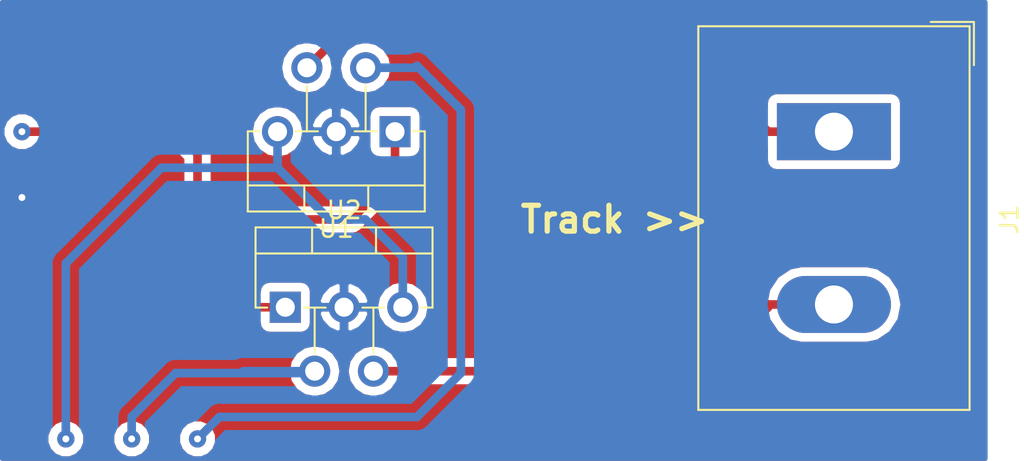
<source format=kicad_pcb>
(kicad_pcb (version 20171130) (host pcbnew 5.0.1-33cea8e~67~ubuntu18.04.1)

  (general
    (thickness 1.6)
    (drawings 1)
    (tracks 45)
    (zones 0)
    (modules 3)
    (nets 8)
  )

  (page A4)
  (layers
    (0 F.Cu signal)
    (31 B.Cu signal)
    (32 B.Adhes user)
    (33 F.Adhes user)
    (34 B.Paste user)
    (35 F.Paste user)
    (36 B.SilkS user)
    (37 F.SilkS user)
    (38 B.Mask user)
    (39 F.Mask user)
    (40 Dwgs.User user)
    (41 Cmts.User user)
    (42 Eco1.User user)
    (43 Eco2.User user)
    (44 Edge.Cuts user)
    (45 Margin user)
    (46 B.CrtYd user)
    (47 F.CrtYd user)
    (48 B.Fab user)
    (49 F.Fab user)
  )

  (setup
    (last_trace_width 0.5)
    (trace_clearance 0.4)
    (zone_clearance 0.508)
    (zone_45_only no)
    (trace_min 0.2)
    (segment_width 0.2)
    (edge_width 0.15)
    (via_size 1)
    (via_drill 0.4)
    (via_min_size 0.4)
    (via_min_drill 0.3)
    (uvia_size 0.3)
    (uvia_drill 0.1)
    (uvias_allowed no)
    (uvia_min_size 0.2)
    (uvia_min_drill 0.1)
    (pcb_text_width 0.3)
    (pcb_text_size 1.5 1.5)
    (mod_edge_width 0.15)
    (mod_text_size 1 1)
    (mod_text_width 0.15)
    (pad_size 1.524 1.524)
    (pad_drill 0.762)
    (pad_to_mask_clearance 0.051)
    (solder_mask_min_width 0.25)
    (aux_axis_origin 0 0)
    (visible_elements 7FFFFFFF)
    (pcbplotparams
      (layerselection 0x010fc_ffffffff)
      (usegerberextensions false)
      (usegerberattributes false)
      (usegerberadvancedattributes false)
      (creategerberjobfile false)
      (excludeedgelayer true)
      (linewidth 0.100000)
      (plotframeref false)
      (viasonmask false)
      (mode 1)
      (useauxorigin false)
      (hpglpennumber 1)
      (hpglpenspeed 20)
      (hpglpendiameter 15.000000)
      (psnegative false)
      (psa4output false)
      (plotreference true)
      (plotvalue true)
      (plotinvisibletext false)
      (padsonsilk false)
      (subtractmaskfromsilk false)
      (outputformat 1)
      (mirror false)
      (drillshape 1)
      (scaleselection 1)
      (outputdirectory ""))
  )

  (net 0 "")
  (net 1 "Net-(J1-Pad1)")
  (net 2 "Net-(J1-Pad2)")
  (net 3 +12V)
  (net 4 /DIR)
  (net 5 GND)
  (net 6 /PWM)
  (net 7 /-DIR)

  (net_class Default "This is the default net class."
    (clearance 0.4)
    (trace_width 0.5)
    (via_dia 1)
    (via_drill 0.4)
    (uvia_dia 0.3)
    (uvia_drill 0.1)
    (add_net +12V)
    (add_net /-DIR)
    (add_net /DIR)
    (add_net /PWM)
    (add_net GND)
    (add_net "Net-(J1-Pad1)")
    (add_net "Net-(J1-Pad2)")
  )

  (net_class power ""
    (clearance 0.5)
    (trace_width 1)
    (via_dia 2)
    (via_drill 0.4)
    (uvia_dia 0.3)
    (uvia_drill 0.1)
  )

  (module TerminalBlock_Dinkle:TerminalBlock_Dinkle_DT-55-B01X-02_P10.00mm (layer F.Cu) (tedit 5A78168A) (tstamp 5BDF9CA1)
    (at 205.74 64.77 270)
    (descr "Dinkle DT-55-B01X Terminal Block  pitch 10.00mm https://www.dinkle.com/en/terminal/DT-55-B01W-XX")
    (tags "Dinkle DT-55-B01X Terminal Block  pitch 10.00mm")
    (path /5BC65149)
    (fp_text reference J1 (at 5.08 -10.16 270) (layer F.SilkS)
      (effects (font (size 1 1) (thickness 0.15)))
    )
    (fp_text value Track (at 5.08 10.16 270) (layer F.Fab)
      (effects (font (size 1 1) (thickness 0.15)))
    )
    (fp_line (start -4.4 -7.75) (end -6 -6.15) (layer F.Fab) (width 0.1))
    (fp_line (start -6 7.75) (end -4.4 7.75) (layer F.Fab) (width 0.1))
    (fp_line (start 14.4 7.75) (end 16 7.75) (layer F.Fab) (width 0.1))
    (fp_line (start 14.4 -7.75) (end 16 -7.75) (layer F.Fab) (width 0.1))
    (fp_line (start 14.4 -7.75) (end 14.4 7.75) (layer F.Fab) (width 0.1))
    (fp_line (start -4.4 -7.75) (end -4.4 7.75) (layer F.Fab) (width 0.1))
    (fp_line (start -6 -7.75) (end -4.4 -7.75) (layer F.Fab) (width 0.1))
    (fp_line (start 16 -7.75) (end 16 7.75) (layer F.Fab) (width 0.1))
    (fp_line (start -6 -7.75) (end -6 7.75) (layer F.Fab) (width 0.1))
    (fp_line (start -6.35 -8.1) (end -3.85 -8.1) (layer F.SilkS) (width 0.12))
    (fp_line (start -6.35 -5.6) (end -6.35 -8.1) (layer F.SilkS) (width 0.12))
    (fp_line (start -6.1 -7.85) (end 16.1 -7.85) (layer F.SilkS) (width 0.12))
    (fp_line (start 16.1 -7.85) (end 16.1 7.85) (layer F.SilkS) (width 0.12))
    (fp_line (start -6.1 7.85) (end 16.1 7.85) (layer F.SilkS) (width 0.12))
    (fp_line (start -6.1 7.85) (end -6.1 -7.85) (layer F.SilkS) (width 0.12))
    (fp_line (start 16.5 -8.25) (end 16.5 8.25) (layer F.CrtYd) (width 0.05))
    (fp_line (start -6.5 8.25) (end 16.5 8.25) (layer F.CrtYd) (width 0.05))
    (fp_line (start -6.5 8.25) (end -6.5 -8.25) (layer F.CrtYd) (width 0.05))
    (fp_line (start -6.5 -8.25) (end 16.5 -8.25) (layer F.CrtYd) (width 0.05))
    (fp_line (start -4.4 7) (end 4.4 7) (layer F.Fab) (width 0.1))
    (fp_line (start -4.4 6.5) (end 4.4 6.5) (layer F.Fab) (width 0.1))
    (fp_line (start -4.4 4.4) (end 4.4 4.4) (layer F.Fab) (width 0.1))
    (fp_line (start -4.4 -6.5) (end 4.4 -6.5) (layer F.Fab) (width 0.1))
    (fp_line (start -4.4 -4.4) (end 4.4 -4.4) (layer F.Fab) (width 0.1))
    (fp_line (start -4.4 -7) (end 4.4 -7) (layer F.Fab) (width 0.1))
    (fp_line (start -0.5 2) (end 0.5 2) (layer F.Fab) (width 0.1))
    (fp_line (start -0.5 -2) (end 0.5 -2) (layer F.Fab) (width 0.1))
    (fp_circle (center 0 0) (end 0.5 0.5) (layer F.Fab) (width 0.1))
    (fp_line (start 0.5 -0.5) (end 2 -0.5) (layer F.Fab) (width 0.1))
    (fp_line (start 2 -0.5) (end 2 0.5) (layer F.Fab) (width 0.1))
    (fp_line (start 2 0.5) (end 0.5 0.5) (layer F.Fab) (width 0.1))
    (fp_line (start -0.5 -0.5) (end -2 -0.5) (layer F.Fab) (width 0.1))
    (fp_line (start -2 -0.5) (end -2 0.5) (layer F.Fab) (width 0.1))
    (fp_line (start -2 0.5) (end -0.5 0.5) (layer F.Fab) (width 0.1))
    (fp_line (start 0.5 0.5) (end 0.5 4.35) (layer F.Fab) (width 0.1))
    (fp_line (start -0.5 0.5) (end -0.5 4.35) (layer F.Fab) (width 0.1))
    (fp_line (start 0.5 -4.35) (end 0.5 -0.5) (layer F.Fab) (width 0.1))
    (fp_line (start -0.5 -4.35) (end -0.5 -0.5) (layer F.Fab) (width 0.1))
    (fp_circle (center 0 0) (end 4.4 0) (layer F.Fab) (width 0.1))
    (fp_line (start 4.4 -7.75) (end 4.4 7.75) (layer F.Fab) (width 0.1))
    (fp_line (start 5.6 -7.75) (end 5.6 7.75) (layer F.Fab) (width 0.1))
    (fp_line (start 4.4 -7.75) (end 5.6 -7.75) (layer F.Fab) (width 0.1))
    (fp_line (start 4.4 7.75) (end 5.6 7.75) (layer F.Fab) (width 0.1))
    (fp_line (start 5.6 7) (end 14.4 7) (layer F.Fab) (width 0.1))
    (fp_line (start 5.6 6.5) (end 14.4 6.5) (layer F.Fab) (width 0.1))
    (fp_line (start 5.6 4.4) (end 14.4 4.4) (layer F.Fab) (width 0.1))
    (fp_line (start 5.6 -6.5) (end 14.4 -6.5) (layer F.Fab) (width 0.1))
    (fp_line (start 5.6 -4.4) (end 14.4 -4.4) (layer F.Fab) (width 0.1))
    (fp_line (start 5.6 -7) (end 14.4 -7) (layer F.Fab) (width 0.1))
    (fp_line (start 9.5 2) (end 10.5 2) (layer F.Fab) (width 0.1))
    (fp_line (start 9.5 -2) (end 10.5 -2) (layer F.Fab) (width 0.1))
    (fp_circle (center 10 0) (end 10.5 0.5) (layer F.Fab) (width 0.1))
    (fp_line (start 10.5 -0.5) (end 12 -0.5) (layer F.Fab) (width 0.1))
    (fp_line (start 12 -0.5) (end 12 0.5) (layer F.Fab) (width 0.1))
    (fp_line (start 12 0.5) (end 10.5 0.5) (layer F.Fab) (width 0.1))
    (fp_line (start 9.5 -0.5) (end 8 -0.5) (layer F.Fab) (width 0.1))
    (fp_line (start 8 -0.5) (end 8 0.5) (layer F.Fab) (width 0.1))
    (fp_line (start 8 0.5) (end 9.5 0.5) (layer F.Fab) (width 0.1))
    (fp_line (start 10.5 0.5) (end 10.5 4.35) (layer F.Fab) (width 0.1))
    (fp_line (start 9.5 0.5) (end 9.5 4.35) (layer F.Fab) (width 0.1))
    (fp_line (start 10.5 -4.35) (end 10.5 -0.5) (layer F.Fab) (width 0.1))
    (fp_line (start 9.5 -4.35) (end 9.5 -0.5) (layer F.Fab) (width 0.1))
    (fp_circle (center 10 0) (end 14.4 0) (layer F.Fab) (width 0.1))
    (fp_text user %R (at 5.08 -10.16 270) (layer F.Fab)
      (effects (font (size 1 1) (thickness 0.15)))
    )
    (pad 1 thru_hole rect (at 0 0 270) (size 3.3 6.6) (drill 2.2) (layers *.Cu *.Mask)
      (net 1 "Net-(J1-Pad1)"))
    (pad 2 thru_hole oval (at 10 0 270) (size 3.3 6.6) (drill 2.2) (layers *.Cu *.Mask)
      (net 2 "Net-(J1-Pad2)"))
    (model ${KISYS3DMOD}/TerminalBlock_Dinkle.3dshapes/TerminalBlock_Dinkle_DT-55-B01X-02_P10.00mm.wrl
      (at (xyz 0 0 0))
      (scale (xyz 1 1 1))
      (rotate (xyz 0 0 0))
    )
    (model ${KISYS3DMOD}/Connector_Phoenix_GMSTB.3dshapes/PhoenixContact_GMSTBA_2,5_2-G_1x02_P7.50mm_Horizontal.step
      (offset (xyz 9.5 -1.5 0))
      (scale (xyz 1 1 1))
      (rotate (xyz 0 0 180))
    )
  )

  (module Package_TO_SOT_THT:TO-220-5_P3.4x3.7mm_StaggerEven_Lead3.8mm_Vertical (layer F.Cu) (tedit 5AF05A31) (tstamp 5BDF9CC7)
    (at 180.34 64.77 180)
    (descr "TO-220-5, Vertical, RM 1.7mm, Pentawatt, Multiwatt-5, staggered type-2, see http://www.analog.com/media/en/package-pcb-resources/package/pkg_pdf/ltc-legacy-to-220/to-220_5_05-08-1421.pdf?domain=www.linear.com, https://www.diodes.com/assets/Package-Files/TO220-5.pdf")
    (tags "TO-220-5 Vertical RM 1.7mm Pentawatt Multiwatt-5 staggered type-2")
    (path /5BC68A44)
    (fp_text reference U1 (at 3.4 -5.62 180) (layer F.SilkS)
      (effects (font (size 1 1) (thickness 0.15)))
    )
    (fp_text value UDN2951Z (at 3.4 5.85 180) (layer F.Fab)
      (effects (font (size 1 1) (thickness 0.15)))
    )
    (fp_line (start -1.6 -4.5) (end -1.6 -0.1) (layer F.Fab) (width 0.1))
    (fp_line (start -1.6 -0.1) (end 8.4 -0.1) (layer F.Fab) (width 0.1))
    (fp_line (start 8.4 -0.1) (end 8.4 -4.5) (layer F.Fab) (width 0.1))
    (fp_line (start 8.4 -4.5) (end -1.6 -4.5) (layer F.Fab) (width 0.1))
    (fp_line (start -1.6 -3.23) (end 8.4 -3.23) (layer F.Fab) (width 0.1))
    (fp_line (start 1.55 -4.5) (end 1.55 -3.23) (layer F.Fab) (width 0.1))
    (fp_line (start 5.25 -4.5) (end 5.25 -3.23) (layer F.Fab) (width 0.1))
    (fp_line (start 0 -0.1) (end 0 0) (layer F.Fab) (width 0.1))
    (fp_line (start 1.7 -0.1) (end 1.7 3.7) (layer F.Fab) (width 0.1))
    (fp_line (start 3.4 -0.1) (end 3.4 0) (layer F.Fab) (width 0.1))
    (fp_line (start 5.1 -0.1) (end 5.1 3.7) (layer F.Fab) (width 0.1))
    (fp_line (start 6.8 -0.1) (end 6.8 0) (layer F.Fab) (width 0.1))
    (fp_line (start -1.721 -4.62) (end 8.52 -4.62) (layer F.SilkS) (width 0.12))
    (fp_line (start -1.721 0.021) (end -1.05 0.021) (layer F.SilkS) (width 0.12))
    (fp_line (start 1.05 0.021) (end 2.335 0.021) (layer F.SilkS) (width 0.12))
    (fp_line (start 4.465 0.021) (end 5.735 0.021) (layer F.SilkS) (width 0.12))
    (fp_line (start 7.865 0.021) (end 8.52 0.021) (layer F.SilkS) (width 0.12))
    (fp_line (start -1.721 -4.62) (end -1.721 0.021) (layer F.SilkS) (width 0.12))
    (fp_line (start 8.52 -4.62) (end 8.52 0.021) (layer F.SilkS) (width 0.12))
    (fp_line (start -1.721 -3.111) (end 8.52 -3.111) (layer F.SilkS) (width 0.12))
    (fp_line (start 1.55 -4.62) (end 1.55 -3.111) (layer F.SilkS) (width 0.12))
    (fp_line (start 5.25 -4.62) (end 5.25 -3.111) (layer F.SilkS) (width 0.12))
    (fp_line (start 1.7 0.021) (end 1.7 2.635) (layer F.SilkS) (width 0.12))
    (fp_line (start 5.1 0.021) (end 5.1 2.635) (layer F.SilkS) (width 0.12))
    (fp_line (start -1.85 -4.75) (end -1.85 4.85) (layer F.CrtYd) (width 0.05))
    (fp_line (start -1.85 4.85) (end 8.65 4.85) (layer F.CrtYd) (width 0.05))
    (fp_line (start 8.65 4.85) (end 8.65 -4.75) (layer F.CrtYd) (width 0.05))
    (fp_line (start 8.65 -4.75) (end -1.85 -4.75) (layer F.CrtYd) (width 0.05))
    (fp_text user %R (at 3.4 -5.62 180) (layer F.Fab)
      (effects (font (size 1 1) (thickness 0.15)))
    )
    (pad 1 thru_hole rect (at 0 0 180) (size 1.8 1.8) (drill 1.1) (layers *.Cu *.Mask)
      (net 3 +12V))
    (pad 2 thru_hole oval (at 1.7 3.7 180) (size 1.8 1.8) (drill 1.1) (layers *.Cu *.Mask)
      (net 4 /DIR))
    (pad 3 thru_hole oval (at 3.4 0 180) (size 1.8 1.8) (drill 1.1) (layers *.Cu *.Mask)
      (net 5 GND))
    (pad 4 thru_hole oval (at 5.1 3.7 180) (size 1.8 1.8) (drill 1.1) (layers *.Cu *.Mask)
      (net 1 "Net-(J1-Pad1)"))
    (pad 5 thru_hole oval (at 6.8 0 180) (size 1.8 1.8) (drill 1.1) (layers *.Cu *.Mask)
      (net 6 /PWM))
    (model ${KISYS3DMOD}/Package_TO_SOT_THT.3dshapes/TO-220-5_P3.4x3.7mm_StaggerEven_Lead3.8mm_Vertical.wrl
      (at (xyz 0 0 0))
      (scale (xyz 1 1 1))
      (rotate (xyz 0 0 0))
    )
  )

  (module Package_TO_SOT_THT:TO-220-5_P3.4x3.7mm_StaggerEven_Lead3.8mm_Vertical (layer F.Cu) (tedit 5AF05A31) (tstamp 5BDF9CED)
    (at 173.99 74.93)
    (descr "TO-220-5, Vertical, RM 1.7mm, Pentawatt, Multiwatt-5, staggered type-2, see http://www.analog.com/media/en/package-pcb-resources/package/pkg_pdf/ltc-legacy-to-220/to-220_5_05-08-1421.pdf?domain=www.linear.com, https://www.diodes.com/assets/Package-Files/TO220-5.pdf")
    (tags "TO-220-5 Vertical RM 1.7mm Pentawatt Multiwatt-5 staggered type-2")
    (path /5BC68B7E)
    (fp_text reference U2 (at 3.4 -5.62) (layer F.SilkS)
      (effects (font (size 1 1) (thickness 0.15)))
    )
    (fp_text value UDN2951Z (at 3.4 5.85) (layer F.Fab)
      (effects (font (size 1 1) (thickness 0.15)))
    )
    (fp_text user %R (at 3.4 -5.62) (layer F.Fab)
      (effects (font (size 1 1) (thickness 0.15)))
    )
    (fp_line (start 8.65 -4.75) (end -1.85 -4.75) (layer F.CrtYd) (width 0.05))
    (fp_line (start 8.65 4.85) (end 8.65 -4.75) (layer F.CrtYd) (width 0.05))
    (fp_line (start -1.85 4.85) (end 8.65 4.85) (layer F.CrtYd) (width 0.05))
    (fp_line (start -1.85 -4.75) (end -1.85 4.85) (layer F.CrtYd) (width 0.05))
    (fp_line (start 5.1 0.021) (end 5.1 2.635) (layer F.SilkS) (width 0.12))
    (fp_line (start 1.7 0.021) (end 1.7 2.635) (layer F.SilkS) (width 0.12))
    (fp_line (start 5.25 -4.62) (end 5.25 -3.111) (layer F.SilkS) (width 0.12))
    (fp_line (start 1.55 -4.62) (end 1.55 -3.111) (layer F.SilkS) (width 0.12))
    (fp_line (start -1.721 -3.111) (end 8.52 -3.111) (layer F.SilkS) (width 0.12))
    (fp_line (start 8.52 -4.62) (end 8.52 0.021) (layer F.SilkS) (width 0.12))
    (fp_line (start -1.721 -4.62) (end -1.721 0.021) (layer F.SilkS) (width 0.12))
    (fp_line (start 7.865 0.021) (end 8.52 0.021) (layer F.SilkS) (width 0.12))
    (fp_line (start 4.465 0.021) (end 5.735 0.021) (layer F.SilkS) (width 0.12))
    (fp_line (start 1.05 0.021) (end 2.335 0.021) (layer F.SilkS) (width 0.12))
    (fp_line (start -1.721 0.021) (end -1.05 0.021) (layer F.SilkS) (width 0.12))
    (fp_line (start -1.721 -4.62) (end 8.52 -4.62) (layer F.SilkS) (width 0.12))
    (fp_line (start 6.8 -0.1) (end 6.8 0) (layer F.Fab) (width 0.1))
    (fp_line (start 5.1 -0.1) (end 5.1 3.7) (layer F.Fab) (width 0.1))
    (fp_line (start 3.4 -0.1) (end 3.4 0) (layer F.Fab) (width 0.1))
    (fp_line (start 1.7 -0.1) (end 1.7 3.7) (layer F.Fab) (width 0.1))
    (fp_line (start 0 -0.1) (end 0 0) (layer F.Fab) (width 0.1))
    (fp_line (start 5.25 -4.5) (end 5.25 -3.23) (layer F.Fab) (width 0.1))
    (fp_line (start 1.55 -4.5) (end 1.55 -3.23) (layer F.Fab) (width 0.1))
    (fp_line (start -1.6 -3.23) (end 8.4 -3.23) (layer F.Fab) (width 0.1))
    (fp_line (start 8.4 -4.5) (end -1.6 -4.5) (layer F.Fab) (width 0.1))
    (fp_line (start 8.4 -0.1) (end 8.4 -4.5) (layer F.Fab) (width 0.1))
    (fp_line (start -1.6 -0.1) (end 8.4 -0.1) (layer F.Fab) (width 0.1))
    (fp_line (start -1.6 -4.5) (end -1.6 -0.1) (layer F.Fab) (width 0.1))
    (pad 5 thru_hole oval (at 6.8 0) (size 1.8 1.8) (drill 1.1) (layers *.Cu *.Mask)
      (net 6 /PWM))
    (pad 4 thru_hole oval (at 5.1 3.7) (size 1.8 1.8) (drill 1.1) (layers *.Cu *.Mask)
      (net 2 "Net-(J1-Pad2)"))
    (pad 3 thru_hole oval (at 3.4 0) (size 1.8 1.8) (drill 1.1) (layers *.Cu *.Mask)
      (net 5 GND))
    (pad 2 thru_hole oval (at 1.7 3.7) (size 1.8 1.8) (drill 1.1) (layers *.Cu *.Mask)
      (net 7 /-DIR))
    (pad 1 thru_hole rect (at 0 0) (size 1.8 1.8) (drill 1.1) (layers *.Cu *.Mask)
      (net 3 +12V))
    (model ${KISYS3DMOD}/Package_TO_SOT_THT.3dshapes/TO-220-5_P3.4x3.7mm_StaggerEven_Lead3.8mm_Vertical.wrl
      (at (xyz 0 0 0))
      (scale (xyz 1 1 1))
      (rotate (xyz 0 0 0))
    )
  )

  (gr_text "Track >>" (at 193.04 69.85) (layer F.SilkS)
    (effects (font (size 1.5 1.5) (thickness 0.3)))
  )

  (segment (start 177.89 58.42) (end 175.24 61.07) (width 0.5) (layer F.Cu) (net 1))
  (segment (start 195.58 58.42) (end 177.89 58.42) (width 0.5) (layer F.Cu) (net 1))
  (segment (start 205.74 64.77) (end 201.93 64.77) (width 0.5) (layer F.Cu) (net 1))
  (segment (start 201.93 64.77) (end 195.58 58.42) (width 0.5) (layer F.Cu) (net 1))
  (segment (start 201.94 74.77) (end 201.93 74.78) (width 0.5) (layer F.Cu) (net 2))
  (segment (start 205.74 74.77) (end 201.94 74.77) (width 0.5) (layer F.Cu) (net 2))
  (segment (start 201.93 74.78) (end 201.93 74.93) (width 0.5) (layer F.Cu) (net 2))
  (segment (start 198.23 78.63) (end 179.09 78.63) (width 0.5) (layer F.Cu) (net 2))
  (segment (start 201.93 74.93) (end 198.23 78.63) (width 0.5) (layer F.Cu) (net 2))
  (via (at 158.75 64.77) (size 1) (drill 0.4) (layers F.Cu B.Cu) (net 3))
  (segment (start 158.75 64.77) (end 167.64 64.77) (width 0.5) (layer F.Cu) (net 3))
  (segment (start 167.64 64.77) (end 168.91 66.04) (width 0.5) (layer F.Cu) (net 3))
  (segment (start 170.18 74.93) (end 173.99 74.93) (width 0.5) (layer F.Cu) (net 3))
  (segment (start 168.91 73.66) (end 170.18 74.93) (width 0.5) (layer F.Cu) (net 3))
  (segment (start 168.91 69.85) (end 177.8 69.85) (width 0.5) (layer F.Cu) (net 3))
  (segment (start 168.91 69.85) (end 168.91 73.66) (width 0.5) (layer F.Cu) (net 3))
  (segment (start 168.91 66.04) (end 168.91 69.85) (width 0.5) (layer F.Cu) (net 3))
  (segment (start 177.8 69.85) (end 180.34 67.31) (width 0.5) (layer F.Cu) (net 3))
  (segment (start 180.34 67.31) (end 180.34 64.77) (width 0.5) (layer F.Cu) (net 3))
  (via (at 168.91 82.55) (size 1) (drill 0.4) (layers F.Cu B.Cu) (net 4))
  (segment (start 168.91 82.55) (end 170.18 81.28) (width 0.5) (layer B.Cu) (net 4))
  (segment (start 170.18 81.28) (end 181.61 81.28) (width 0.5) (layer B.Cu) (net 4))
  (segment (start 181.61 81.28) (end 184.15 78.74) (width 0.5) (layer B.Cu) (net 4))
  (segment (start 184.15 78.74) (end 184.15 63.5) (width 0.5) (layer B.Cu) (net 4))
  (segment (start 184.15 63.5) (end 181.61 60.96) (width 0.5) (layer B.Cu) (net 4))
  (segment (start 181.5 61.07) (end 178.64 61.07) (width 0.5) (layer B.Cu) (net 4))
  (segment (start 181.61 60.96) (end 181.5 61.07) (width 0.5) (layer B.Cu) (net 4))
  (via (at 158.75 68.58) (size 1) (drill 0.4) (layers F.Cu B.Cu) (net 5))
  (via (at 161.29 82.55) (size 1) (drill 0.4) (layers F.Cu B.Cu) (net 6))
  (segment (start 173.54 66.86) (end 173.54 64.77) (width 0.5) (layer B.Cu) (net 6))
  (segment (start 176.53 69.85) (end 173.54 66.86) (width 0.5) (layer B.Cu) (net 6))
  (segment (start 180.79 74.93) (end 180.79 72.02) (width 0.5) (layer B.Cu) (net 6))
  (segment (start 178.62 69.85) (end 176.53 69.85) (width 0.5) (layer B.Cu) (net 6))
  (segment (start 180.79 72.02) (end 178.62 69.85) (width 0.5) (layer B.Cu) (net 6))
  (segment (start 168.09 66.86) (end 173.54 66.86) (width 0.5) (layer B.Cu) (net 6))
  (segment (start 166.82 66.86) (end 168.09 66.86) (width 0.5) (layer B.Cu) (net 6))
  (segment (start 161.29 82.55) (end 161.29 72.39) (width 0.5) (layer B.Cu) (net 6))
  (segment (start 161.29 72.39) (end 166.82 66.86) (width 0.5) (layer B.Cu) (net 6))
  (via (at 165.1 82.55) (size 1) (drill 0.4) (layers F.Cu B.Cu) (net 7))
  (segment (start 175.15 78.74) (end 175.26 78.63) (width 0.5) (layer B.Cu) (net 7))
  (segment (start 167.64 78.74) (end 175.15 78.74) (width 0.5) (layer B.Cu) (net 7))
  (segment (start 165.1 81.28) (end 167.64 78.74) (width 0.5) (layer B.Cu) (net 7))
  (segment (start 165.1 82.55) (end 165.1 81.28) (width 0.5) (layer B.Cu) (net 7))
  (segment (start 175.69 78.63) (end 175.26 78.63) (width 0.5) (layer B.Cu) (net 7))
  (segment (start 175.26 78.63) (end 171.56 78.63) (width 0.5) (layer B.Cu) (net 7))

  (zone (net 5) (net_name GND) (layer B.Cu) (tstamp 0) (hatch edge 0.508)
    (connect_pads (clearance 0.508))
    (min_thickness 0.254)
    (fill yes (arc_segments 16) (thermal_gap 0.508) (thermal_bridge_width 0.508))
    (polygon
      (pts
        (xy 157.48 57.15) (xy 214.63 57.15) (xy 214.63 83.82) (xy 157.48 83.82)
      )
    )
    (filled_polygon
      (pts
        (xy 214.503 83.693) (xy 157.607 83.693) (xy 157.607 82.324234) (xy 160.155 82.324234) (xy 160.155 82.775766)
        (xy 160.327793 83.192926) (xy 160.647074 83.512207) (xy 161.064234 83.685) (xy 161.515766 83.685) (xy 161.932926 83.512207)
        (xy 162.252207 83.192926) (xy 162.425 82.775766) (xy 162.425 82.324234) (xy 163.965 82.324234) (xy 163.965 82.775766)
        (xy 164.137793 83.192926) (xy 164.457074 83.512207) (xy 164.874234 83.685) (xy 165.325766 83.685) (xy 165.742926 83.512207)
        (xy 166.062207 83.192926) (xy 166.235 82.775766) (xy 166.235 82.324234) (xy 167.775 82.324234) (xy 167.775 82.775766)
        (xy 167.947793 83.192926) (xy 168.267074 83.512207) (xy 168.684234 83.685) (xy 169.135766 83.685) (xy 169.552926 83.512207)
        (xy 169.872207 83.192926) (xy 170.045 82.775766) (xy 170.045 82.666578) (xy 170.546579 82.165) (xy 181.522839 82.165)
        (xy 181.61 82.182337) (xy 181.697161 82.165) (xy 181.697165 82.165) (xy 181.95531 82.113652) (xy 182.248049 81.918049)
        (xy 182.297425 81.844153) (xy 184.714158 79.427421) (xy 184.788048 79.378049) (xy 184.83742 79.304159) (xy 184.837424 79.304155)
        (xy 184.983651 79.085311) (xy 185.052337 78.740001) (xy 185.034999 78.652836) (xy 185.034999 74.77) (xy 201.760235 74.77)
        (xy 201.937578 75.661562) (xy 202.442607 76.417393) (xy 203.198438 76.922422) (xy 203.864952 77.055) (xy 207.615048 77.055)
        (xy 208.281562 76.922422) (xy 209.037393 76.417393) (xy 209.542422 75.661562) (xy 209.719765 74.77) (xy 209.542422 73.878438)
        (xy 209.037393 73.122607) (xy 208.281562 72.617578) (xy 207.615048 72.485) (xy 203.864952 72.485) (xy 203.198438 72.617578)
        (xy 202.442607 73.122607) (xy 201.937578 73.878438) (xy 201.760235 74.77) (xy 185.034999 74.77) (xy 185.035 63.587159)
        (xy 185.052337 63.499999) (xy 185.035 63.412839) (xy 185.035 63.412836) (xy 184.983652 63.154691) (xy 184.983651 63.154689)
        (xy 184.960473 63.12) (xy 201.79256 63.12) (xy 201.79256 66.42) (xy 201.841843 66.667765) (xy 201.982191 66.877809)
        (xy 202.192235 67.018157) (xy 202.44 67.06744) (xy 209.04 67.06744) (xy 209.287765 67.018157) (xy 209.497809 66.877809)
        (xy 209.638157 66.667765) (xy 209.68744 66.42) (xy 209.68744 63.12) (xy 209.638157 62.872235) (xy 209.497809 62.662191)
        (xy 209.287765 62.521843) (xy 209.04 62.47256) (xy 202.44 62.47256) (xy 202.192235 62.521843) (xy 201.982191 62.662191)
        (xy 201.841843 62.872235) (xy 201.79256 63.12) (xy 184.960473 63.12) (xy 184.837424 62.935845) (xy 184.837421 62.935842)
        (xy 184.788049 62.861952) (xy 184.714159 62.81258) (xy 182.29742 60.395842) (xy 182.248048 60.321952) (xy 182.174158 60.27258)
        (xy 182.174154 60.272576) (xy 181.955309 60.126348) (xy 181.61 60.057663) (xy 181.609999 60.057663) (xy 181.541314 60.071325)
        (xy 181.264691 60.126348) (xy 181.176912 60.185) (xy 179.89479 60.185) (xy 179.746673 59.963327) (xy 179.238927 59.624062)
        (xy 178.791182 59.535) (xy 178.488818 59.535) (xy 178.041073 59.624062) (xy 177.533327 59.963327) (xy 177.194062 60.471073)
        (xy 177.074928 61.07) (xy 177.194062 61.668927) (xy 177.533327 62.176673) (xy 178.041073 62.515938) (xy 178.488818 62.605)
        (xy 178.791182 62.605) (xy 179.238927 62.515938) (xy 179.746673 62.176673) (xy 179.89479 61.955) (xy 181.353422 61.955)
        (xy 183.265001 63.86658) (xy 183.265 78.373421) (xy 181.243422 80.395) (xy 170.267159 80.395) (xy 170.179999 80.377663)
        (xy 170.092839 80.395) (xy 170.092835 80.395) (xy 169.83469 80.446348) (xy 169.834688 80.446349) (xy 169.834689 80.446349)
        (xy 169.615845 80.592576) (xy 169.615844 80.592577) (xy 169.541951 80.641951) (xy 169.492577 80.715844) (xy 168.793422 81.415)
        (xy 168.684234 81.415) (xy 168.267074 81.587793) (xy 167.947793 81.907074) (xy 167.775 82.324234) (xy 166.235 82.324234)
        (xy 166.062207 81.907074) (xy 165.985 81.829867) (xy 165.985 81.646578) (xy 168.006579 79.625) (xy 174.508709 79.625)
        (xy 174.583327 79.736673) (xy 175.091073 80.075938) (xy 175.538818 80.165) (xy 175.841182 80.165) (xy 176.288927 80.075938)
        (xy 176.796673 79.736673) (xy 177.135938 79.228927) (xy 177.255072 78.63) (xy 177.524928 78.63) (xy 177.644062 79.228927)
        (xy 177.983327 79.736673) (xy 178.491073 80.075938) (xy 178.938818 80.165) (xy 179.241182 80.165) (xy 179.688927 80.075938)
        (xy 180.196673 79.736673) (xy 180.535938 79.228927) (xy 180.655072 78.63) (xy 180.535938 78.031073) (xy 180.196673 77.523327)
        (xy 179.688927 77.184062) (xy 179.241182 77.095) (xy 178.938818 77.095) (xy 178.491073 77.184062) (xy 177.983327 77.523327)
        (xy 177.644062 78.031073) (xy 177.524928 78.63) (xy 177.255072 78.63) (xy 177.135938 78.031073) (xy 176.796673 77.523327)
        (xy 176.288927 77.184062) (xy 175.841182 77.095) (xy 175.538818 77.095) (xy 175.091073 77.184062) (xy 174.583327 77.523327)
        (xy 174.43521 77.745) (xy 171.472835 77.745) (xy 171.21469 77.796348) (xy 171.126912 77.855) (xy 167.727159 77.855)
        (xy 167.639999 77.837663) (xy 167.552839 77.855) (xy 167.552835 77.855) (xy 167.29469 77.906348) (xy 167.18688 77.978385)
        (xy 167.075845 78.052576) (xy 167.075844 78.052577) (xy 167.001951 78.101951) (xy 166.952577 78.175844) (xy 164.535845 80.592577)
        (xy 164.461952 80.641951) (xy 164.412578 80.715844) (xy 164.412576 80.715846) (xy 164.266348 80.934691) (xy 164.197663 81.28)
        (xy 164.215001 81.367165) (xy 164.215001 81.829866) (xy 164.137793 81.907074) (xy 163.965 82.324234) (xy 162.425 82.324234)
        (xy 162.252207 81.907074) (xy 162.174999 81.829866) (xy 162.174999 74.03) (xy 172.44256 74.03) (xy 172.44256 75.83)
        (xy 172.491843 76.077765) (xy 172.632191 76.287809) (xy 172.842235 76.428157) (xy 173.09 76.47744) (xy 174.89 76.47744)
        (xy 175.137765 76.428157) (xy 175.347809 76.287809) (xy 175.488157 76.077765) (xy 175.53744 75.83) (xy 175.53744 75.29474)
        (xy 175.898964 75.29474) (xy 176.07776 75.726417) (xy 176.482424 76.167966) (xy 177.025258 76.421046) (xy 177.263 76.300997)
        (xy 177.263 75.057) (xy 177.517 75.057) (xy 177.517 76.300997) (xy 177.754742 76.421046) (xy 178.297576 76.167966)
        (xy 178.70224 75.726417) (xy 178.881036 75.29474) (xy 178.760378 75.057) (xy 177.517 75.057) (xy 177.263 75.057)
        (xy 176.019622 75.057) (xy 175.898964 75.29474) (xy 175.53744 75.29474) (xy 175.53744 74.56526) (xy 175.898964 74.56526)
        (xy 176.019622 74.803) (xy 177.263 74.803) (xy 177.263 73.559003) (xy 177.517 73.559003) (xy 177.517 74.803)
        (xy 178.760378 74.803) (xy 178.881036 74.56526) (xy 178.70224 74.133583) (xy 178.297576 73.692034) (xy 177.754742 73.438954)
        (xy 177.517 73.559003) (xy 177.263 73.559003) (xy 177.025258 73.438954) (xy 176.482424 73.692034) (xy 176.07776 74.133583)
        (xy 175.898964 74.56526) (xy 175.53744 74.56526) (xy 175.53744 74.03) (xy 175.488157 73.782235) (xy 175.347809 73.572191)
        (xy 175.137765 73.431843) (xy 174.89 73.38256) (xy 173.09 73.38256) (xy 172.842235 73.431843) (xy 172.632191 73.572191)
        (xy 172.491843 73.782235) (xy 172.44256 74.03) (xy 162.174999 74.03) (xy 162.175 72.756578) (xy 167.186579 67.745)
        (xy 173.173422 67.745) (xy 175.842577 70.414156) (xy 175.891951 70.488049) (xy 175.965844 70.537423) (xy 175.965845 70.537424)
        (xy 176.18469 70.683652) (xy 176.442835 70.735) (xy 176.442839 70.735) (xy 176.53 70.752337) (xy 176.617161 70.735)
        (xy 178.253422 70.735) (xy 179.905001 72.38658) (xy 179.905 73.67521) (xy 179.683327 73.823327) (xy 179.344062 74.331073)
        (xy 179.224928 74.93) (xy 179.344062 75.528927) (xy 179.683327 76.036673) (xy 180.191073 76.375938) (xy 180.638818 76.465)
        (xy 180.941182 76.465) (xy 181.388927 76.375938) (xy 181.896673 76.036673) (xy 182.235938 75.528927) (xy 182.355072 74.93)
        (xy 182.235938 74.331073) (xy 181.896673 73.823327) (xy 181.674999 73.675209) (xy 181.675 72.107159) (xy 181.692337 72.019999)
        (xy 181.675 71.932839) (xy 181.675 71.932836) (xy 181.623652 71.674691) (xy 181.623651 71.674689) (xy 181.477424 71.455845)
        (xy 181.477421 71.455842) (xy 181.428049 71.381952) (xy 181.354159 71.33258) (xy 179.307425 69.285847) (xy 179.258049 69.211951)
        (xy 178.96531 69.016348) (xy 178.707165 68.965) (xy 178.707161 68.965) (xy 178.62 68.947663) (xy 178.532839 68.965)
        (xy 176.896579 68.965) (xy 174.424999 66.493421) (xy 174.424999 66.024791) (xy 174.646673 65.876673) (xy 174.985938 65.368927)
        (xy 175.03252 65.13474) (xy 175.448964 65.13474) (xy 175.62776 65.566417) (xy 176.032424 66.007966) (xy 176.575258 66.261046)
        (xy 176.813 66.140997) (xy 176.813 64.897) (xy 177.067 64.897) (xy 177.067 66.140997) (xy 177.304742 66.261046)
        (xy 177.847576 66.007966) (xy 178.25224 65.566417) (xy 178.431036 65.13474) (xy 178.310378 64.897) (xy 177.067 64.897)
        (xy 176.813 64.897) (xy 175.569622 64.897) (xy 175.448964 65.13474) (xy 175.03252 65.13474) (xy 175.105072 64.77)
        (xy 175.032521 64.40526) (xy 175.448964 64.40526) (xy 175.569622 64.643) (xy 176.813 64.643) (xy 176.813 63.399003)
        (xy 177.067 63.399003) (xy 177.067 64.643) (xy 178.310378 64.643) (xy 178.431036 64.40526) (xy 178.25224 63.973583)
        (xy 178.15731 63.87) (xy 178.79256 63.87) (xy 178.79256 65.67) (xy 178.841843 65.917765) (xy 178.982191 66.127809)
        (xy 179.192235 66.268157) (xy 179.44 66.31744) (xy 181.24 66.31744) (xy 181.487765 66.268157) (xy 181.697809 66.127809)
        (xy 181.838157 65.917765) (xy 181.88744 65.67) (xy 181.88744 63.87) (xy 181.838157 63.622235) (xy 181.697809 63.412191)
        (xy 181.487765 63.271843) (xy 181.24 63.22256) (xy 179.44 63.22256) (xy 179.192235 63.271843) (xy 178.982191 63.412191)
        (xy 178.841843 63.622235) (xy 178.79256 63.87) (xy 178.15731 63.87) (xy 177.847576 63.532034) (xy 177.304742 63.278954)
        (xy 177.067 63.399003) (xy 176.813 63.399003) (xy 176.575258 63.278954) (xy 176.032424 63.532034) (xy 175.62776 63.973583)
        (xy 175.448964 64.40526) (xy 175.032521 64.40526) (xy 174.985938 64.171073) (xy 174.646673 63.663327) (xy 174.138927 63.324062)
        (xy 173.691182 63.235) (xy 173.388818 63.235) (xy 172.941073 63.324062) (xy 172.433327 63.663327) (xy 172.094062 64.171073)
        (xy 171.974928 64.77) (xy 172.094062 65.368927) (xy 172.433327 65.876673) (xy 172.580484 65.975) (xy 166.907161 65.975)
        (xy 166.82 65.957663) (xy 166.732839 65.975) (xy 166.732835 65.975) (xy 166.47469 66.026348) (xy 166.255845 66.172576)
        (xy 166.255844 66.172577) (xy 166.181951 66.221951) (xy 166.132577 66.295844) (xy 160.725845 71.702577) (xy 160.651952 71.751951)
        (xy 160.602578 71.825844) (xy 160.602576 71.825846) (xy 160.456348 72.044691) (xy 160.387663 72.39) (xy 160.405001 72.477165)
        (xy 160.405 81.829867) (xy 160.327793 81.907074) (xy 160.155 82.324234) (xy 157.607 82.324234) (xy 157.607 64.544234)
        (xy 157.615 64.544234) (xy 157.615 64.995766) (xy 157.787793 65.412926) (xy 158.107074 65.732207) (xy 158.524234 65.905)
        (xy 158.975766 65.905) (xy 159.392926 65.732207) (xy 159.712207 65.412926) (xy 159.885 64.995766) (xy 159.885 64.544234)
        (xy 159.712207 64.127074) (xy 159.392926 63.807793) (xy 158.975766 63.635) (xy 158.524234 63.635) (xy 158.107074 63.807793)
        (xy 157.787793 64.127074) (xy 157.615 64.544234) (xy 157.607 64.544234) (xy 157.607 61.07) (xy 173.674928 61.07)
        (xy 173.794062 61.668927) (xy 174.133327 62.176673) (xy 174.641073 62.515938) (xy 175.088818 62.605) (xy 175.391182 62.605)
        (xy 175.838927 62.515938) (xy 176.346673 62.176673) (xy 176.685938 61.668927) (xy 176.805072 61.07) (xy 176.685938 60.471073)
        (xy 176.346673 59.963327) (xy 175.838927 59.624062) (xy 175.391182 59.535) (xy 175.088818 59.535) (xy 174.641073 59.624062)
        (xy 174.133327 59.963327) (xy 173.794062 60.471073) (xy 173.674928 61.07) (xy 157.607 61.07) (xy 157.607 57.277)
        (xy 214.503 57.277)
      )
    )
  )
  (zone (net 0) (net_name "") (layer F.Cu) (tstamp 0) (hatch edge 0.508)
    (connect_pads (clearance 0.508))
    (min_thickness 0.254)
    (fill yes (arc_segments 16) (thermal_gap 0.508) (thermal_bridge_width 0.508))
    (polygon
      (pts
        (xy 157.48 57.15) (xy 214.63 57.15) (xy 214.63 83.82) (xy 157.48 83.82)
      )
    )
    (filled_polygon
      (pts
        (xy 214.503 83.693) (xy 157.607 83.693) (xy 157.607 82.324234) (xy 160.155 82.324234) (xy 160.155 82.775766)
        (xy 160.327793 83.192926) (xy 160.647074 83.512207) (xy 161.064234 83.685) (xy 161.515766 83.685) (xy 161.932926 83.512207)
        (xy 162.252207 83.192926) (xy 162.425 82.775766) (xy 162.425 82.324234) (xy 163.965 82.324234) (xy 163.965 82.775766)
        (xy 164.137793 83.192926) (xy 164.457074 83.512207) (xy 164.874234 83.685) (xy 165.325766 83.685) (xy 165.742926 83.512207)
        (xy 166.062207 83.192926) (xy 166.235 82.775766) (xy 166.235 82.324234) (xy 167.775 82.324234) (xy 167.775 82.775766)
        (xy 167.947793 83.192926) (xy 168.267074 83.512207) (xy 168.684234 83.685) (xy 169.135766 83.685) (xy 169.552926 83.512207)
        (xy 169.872207 83.192926) (xy 170.045 82.775766) (xy 170.045 82.324234) (xy 169.872207 81.907074) (xy 169.552926 81.587793)
        (xy 169.135766 81.415) (xy 168.684234 81.415) (xy 168.267074 81.587793) (xy 167.947793 81.907074) (xy 167.775 82.324234)
        (xy 166.235 82.324234) (xy 166.062207 81.907074) (xy 165.742926 81.587793) (xy 165.325766 81.415) (xy 164.874234 81.415)
        (xy 164.457074 81.587793) (xy 164.137793 81.907074) (xy 163.965 82.324234) (xy 162.425 82.324234) (xy 162.252207 81.907074)
        (xy 161.932926 81.587793) (xy 161.515766 81.415) (xy 161.064234 81.415) (xy 160.647074 81.587793) (xy 160.327793 81.907074)
        (xy 160.155 82.324234) (xy 157.607 82.324234) (xy 157.607 78.63) (xy 174.124928 78.63) (xy 174.244062 79.228927)
        (xy 174.583327 79.736673) (xy 175.091073 80.075938) (xy 175.538818 80.165) (xy 175.841182 80.165) (xy 176.288927 80.075938)
        (xy 176.796673 79.736673) (xy 177.135938 79.228927) (xy 177.255072 78.63) (xy 177.524928 78.63) (xy 177.644062 79.228927)
        (xy 177.983327 79.736673) (xy 178.491073 80.075938) (xy 178.938818 80.165) (xy 179.241182 80.165) (xy 179.688927 80.075938)
        (xy 180.196673 79.736673) (xy 180.34479 79.515) (xy 198.142839 79.515) (xy 198.23 79.532337) (xy 198.317161 79.515)
        (xy 198.317165 79.515) (xy 198.57531 79.463652) (xy 198.868049 79.268049) (xy 198.917425 79.194153) (xy 202.142832 75.968747)
        (xy 202.442607 76.417393) (xy 203.198438 76.922422) (xy 203.864952 77.055) (xy 207.615048 77.055) (xy 208.281562 76.922422)
        (xy 209.037393 76.417393) (xy 209.542422 75.661562) (xy 209.719765 74.77) (xy 209.542422 73.878438) (xy 209.037393 73.122607)
        (xy 208.281562 72.617578) (xy 207.615048 72.485) (xy 203.864952 72.485) (xy 203.198438 72.617578) (xy 202.442607 73.122607)
        (xy 201.944217 73.868502) (xy 201.939999 73.867663) (xy 201.85284 73.885) (xy 201.852835 73.885) (xy 201.59469 73.936348)
        (xy 201.301951 74.131951) (xy 201.297944 74.137947) (xy 201.291951 74.141952) (xy 201.096348 74.434691) (xy 201.077134 74.531287)
        (xy 197.863422 77.745) (xy 180.34479 77.745) (xy 180.196673 77.523327) (xy 179.688927 77.184062) (xy 179.241182 77.095)
        (xy 178.938818 77.095) (xy 178.491073 77.184062) (xy 177.983327 77.523327) (xy 177.644062 78.031073) (xy 177.524928 78.63)
        (xy 177.255072 78.63) (xy 177.135938 78.031073) (xy 176.796673 77.523327) (xy 176.288927 77.184062) (xy 175.841182 77.095)
        (xy 175.538818 77.095) (xy 175.091073 77.184062) (xy 174.583327 77.523327) (xy 174.244062 78.031073) (xy 174.124928 78.63)
        (xy 157.607 78.63) (xy 157.607 68.354234) (xy 157.615 68.354234) (xy 157.615 68.805766) (xy 157.787793 69.222926)
        (xy 158.107074 69.542207) (xy 158.524234 69.715) (xy 158.975766 69.715) (xy 159.392926 69.542207) (xy 159.712207 69.222926)
        (xy 159.885 68.805766) (xy 159.885 68.354234) (xy 159.712207 67.937074) (xy 159.392926 67.617793) (xy 158.975766 67.445)
        (xy 158.524234 67.445) (xy 158.107074 67.617793) (xy 157.787793 67.937074) (xy 157.615 68.354234) (xy 157.607 68.354234)
        (xy 157.607 64.544234) (xy 157.615 64.544234) (xy 157.615 64.995766) (xy 157.787793 65.412926) (xy 158.107074 65.732207)
        (xy 158.524234 65.905) (xy 158.975766 65.905) (xy 159.392926 65.732207) (xy 159.470133 65.655) (xy 167.273422 65.655)
        (xy 168.025 66.406579) (xy 168.025001 69.762831) (xy 168.007662 69.85) (xy 168.025 69.937164) (xy 168.025001 73.572835)
        (xy 168.007663 73.66) (xy 168.076348 74.005309) (xy 168.222576 74.224154) (xy 168.222578 74.224156) (xy 168.271952 74.298049)
        (xy 168.345845 74.347423) (xy 169.492576 75.494155) (xy 169.541951 75.568049) (xy 169.615844 75.617423) (xy 169.615845 75.617424)
        (xy 169.681902 75.661562) (xy 169.83469 75.763652) (xy 170.092835 75.815) (xy 170.092839 75.815) (xy 170.179999 75.832337)
        (xy 170.267159 75.815) (xy 172.44256 75.815) (xy 172.44256 75.83) (xy 172.491843 76.077765) (xy 172.632191 76.287809)
        (xy 172.842235 76.428157) (xy 173.09 76.47744) (xy 174.89 76.47744) (xy 175.137765 76.428157) (xy 175.347809 76.287809)
        (xy 175.488157 76.077765) (xy 175.53744 75.83) (xy 175.53744 74.93) (xy 175.824928 74.93) (xy 175.944062 75.528927)
        (xy 176.283327 76.036673) (xy 176.791073 76.375938) (xy 177.238818 76.465) (xy 177.541182 76.465) (xy 177.988927 76.375938)
        (xy 178.496673 76.036673) (xy 178.835938 75.528927) (xy 178.955072 74.93) (xy 179.224928 74.93) (xy 179.344062 75.528927)
        (xy 179.683327 76.036673) (xy 180.191073 76.375938) (xy 180.638818 76.465) (xy 180.941182 76.465) (xy 181.388927 76.375938)
        (xy 181.896673 76.036673) (xy 182.235938 75.528927) (xy 182.355072 74.93) (xy 182.235938 74.331073) (xy 181.896673 73.823327)
        (xy 181.388927 73.484062) (xy 180.941182 73.395) (xy 180.638818 73.395) (xy 180.191073 73.484062) (xy 179.683327 73.823327)
        (xy 179.344062 74.331073) (xy 179.224928 74.93) (xy 178.955072 74.93) (xy 178.835938 74.331073) (xy 178.496673 73.823327)
        (xy 177.988927 73.484062) (xy 177.541182 73.395) (xy 177.238818 73.395) (xy 176.791073 73.484062) (xy 176.283327 73.823327)
        (xy 175.944062 74.331073) (xy 175.824928 74.93) (xy 175.53744 74.93) (xy 175.53744 74.03) (xy 175.488157 73.782235)
        (xy 175.347809 73.572191) (xy 175.137765 73.431843) (xy 174.89 73.38256) (xy 173.09 73.38256) (xy 172.842235 73.431843)
        (xy 172.632191 73.572191) (xy 172.491843 73.782235) (xy 172.44256 74.03) (xy 172.44256 74.045) (xy 170.546579 74.045)
        (xy 169.795 73.293422) (xy 169.794999 70.735) (xy 177.712839 70.735) (xy 177.8 70.752337) (xy 177.887161 70.735)
        (xy 177.887165 70.735) (xy 178.14531 70.683652) (xy 178.438049 70.488049) (xy 178.487425 70.414153) (xy 180.904158 67.997421)
        (xy 180.978048 67.948049) (xy 181.02742 67.874159) (xy 181.027424 67.874155) (xy 181.173651 67.655311) (xy 181.242337 67.310001)
        (xy 181.224999 67.222837) (xy 181.224999 66.31744) (xy 181.24 66.31744) (xy 181.487765 66.268157) (xy 181.697809 66.127809)
        (xy 181.838157 65.917765) (xy 181.88744 65.67) (xy 181.88744 63.87) (xy 181.838157 63.622235) (xy 181.697809 63.412191)
        (xy 181.487765 63.271843) (xy 181.24 63.22256) (xy 179.44 63.22256) (xy 179.192235 63.271843) (xy 178.982191 63.412191)
        (xy 178.841843 63.622235) (xy 178.79256 63.87) (xy 178.79256 65.67) (xy 178.841843 65.917765) (xy 178.982191 66.127809)
        (xy 179.192235 66.268157) (xy 179.44 66.31744) (xy 179.455 66.31744) (xy 179.455 66.943421) (xy 177.433422 68.965)
        (xy 169.795 68.965) (xy 169.794999 66.127163) (xy 169.812337 66.039999) (xy 169.743651 65.694689) (xy 169.597424 65.475845)
        (xy 169.59742 65.475841) (xy 169.548048 65.401951) (xy 169.474158 65.352579) (xy 168.891579 64.77) (xy 171.974928 64.77)
        (xy 172.094062 65.368927) (xy 172.433327 65.876673) (xy 172.941073 66.215938) (xy 173.388818 66.305) (xy 173.691182 66.305)
        (xy 174.138927 66.215938) (xy 174.646673 65.876673) (xy 174.985938 65.368927) (xy 175.105072 64.77) (xy 175.374928 64.77)
        (xy 175.494062 65.368927) (xy 175.833327 65.876673) (xy 176.341073 66.215938) (xy 176.788818 66.305) (xy 177.091182 66.305)
        (xy 177.538927 66.215938) (xy 178.046673 65.876673) (xy 178.385938 65.368927) (xy 178.505072 64.77) (xy 178.385938 64.171073)
        (xy 178.046673 63.663327) (xy 177.538927 63.324062) (xy 177.091182 63.235) (xy 176.788818 63.235) (xy 176.341073 63.324062)
        (xy 175.833327 63.663327) (xy 175.494062 64.171073) (xy 175.374928 64.77) (xy 175.105072 64.77) (xy 174.985938 64.171073)
        (xy 174.646673 63.663327) (xy 174.138927 63.324062) (xy 173.691182 63.235) (xy 173.388818 63.235) (xy 172.941073 63.324062)
        (xy 172.433327 63.663327) (xy 172.094062 64.171073) (xy 171.974928 64.77) (xy 168.891579 64.77) (xy 168.327425 64.205847)
        (xy 168.278049 64.131951) (xy 167.98531 63.936348) (xy 167.727165 63.885) (xy 167.727161 63.885) (xy 167.64 63.867663)
        (xy 167.552839 63.885) (xy 159.470133 63.885) (xy 159.392926 63.807793) (xy 158.975766 63.635) (xy 158.524234 63.635)
        (xy 158.107074 63.807793) (xy 157.787793 64.127074) (xy 157.615 64.544234) (xy 157.607 64.544234) (xy 157.607 61.07)
        (xy 173.674928 61.07) (xy 173.794062 61.668927) (xy 174.133327 62.176673) (xy 174.641073 62.515938) (xy 175.088818 62.605)
        (xy 175.391182 62.605) (xy 175.838927 62.515938) (xy 176.346673 62.176673) (xy 176.685938 61.668927) (xy 176.805072 61.07)
        (xy 176.75306 60.808518) (xy 177.40259 60.158988) (xy 177.194062 60.471073) (xy 177.074928 61.07) (xy 177.194062 61.668927)
        (xy 177.533327 62.176673) (xy 178.041073 62.515938) (xy 178.488818 62.605) (xy 178.791182 62.605) (xy 179.238927 62.515938)
        (xy 179.746673 62.176673) (xy 180.085938 61.668927) (xy 180.205072 61.07) (xy 180.085938 60.471073) (xy 179.746673 59.963327)
        (xy 179.238927 59.624062) (xy 178.791182 59.535) (xy 178.488818 59.535) (xy 178.041073 59.624062) (xy 177.728989 59.83259)
        (xy 178.256579 59.305) (xy 195.213422 59.305) (xy 201.242577 65.334156) (xy 201.291951 65.408049) (xy 201.365844 65.457423)
        (xy 201.365845 65.457424) (xy 201.393414 65.475845) (xy 201.58469 65.603652) (xy 201.79256 65.645) (xy 201.79256 66.42)
        (xy 201.841843 66.667765) (xy 201.982191 66.877809) (xy 202.192235 67.018157) (xy 202.44 67.06744) (xy 209.04 67.06744)
        (xy 209.287765 67.018157) (xy 209.497809 66.877809) (xy 209.638157 66.667765) (xy 209.68744 66.42) (xy 209.68744 63.12)
        (xy 209.638157 62.872235) (xy 209.497809 62.662191) (xy 209.287765 62.521843) (xy 209.04 62.47256) (xy 202.44 62.47256)
        (xy 202.192235 62.521843) (xy 201.982191 62.662191) (xy 201.841843 62.872235) (xy 201.79256 63.12) (xy 201.79256 63.380981)
        (xy 196.267425 57.855847) (xy 196.218049 57.781951) (xy 195.92531 57.586348) (xy 195.667165 57.535) (xy 195.667161 57.535)
        (xy 195.58 57.517663) (xy 195.492839 57.535) (xy 177.977161 57.535) (xy 177.89 57.517663) (xy 177.802839 57.535)
        (xy 177.802835 57.535) (xy 177.54469 57.586348) (xy 177.325845 57.732576) (xy 177.325844 57.732577) (xy 177.251951 57.781951)
        (xy 177.202577 57.855844) (xy 175.501482 59.55694) (xy 175.391182 59.535) (xy 175.088818 59.535) (xy 174.641073 59.624062)
        (xy 174.133327 59.963327) (xy 173.794062 60.471073) (xy 173.674928 61.07) (xy 157.607 61.07) (xy 157.607 57.277)
        (xy 214.503 57.277)
      )
    )
  )
)

</source>
